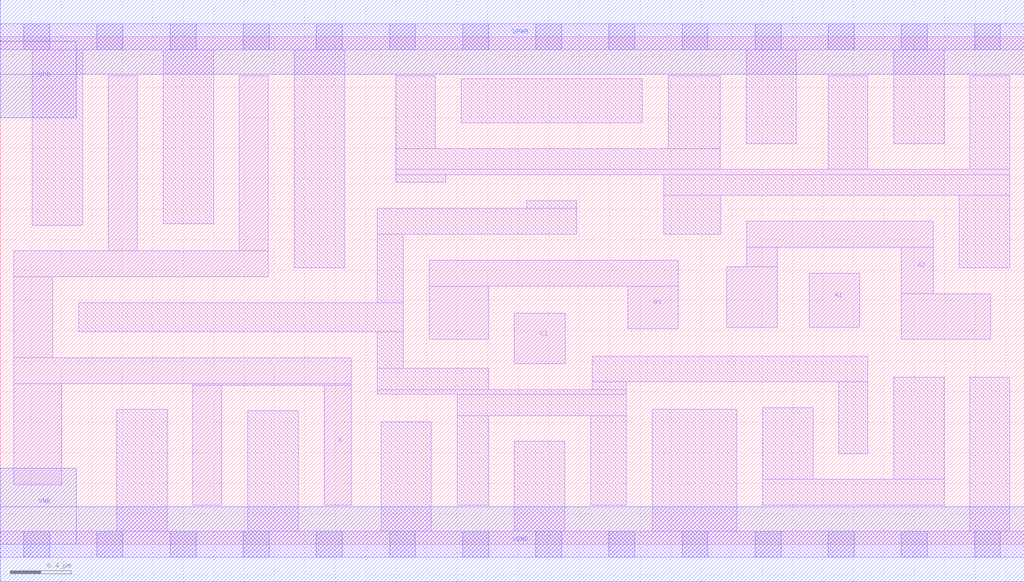
<source format=lef>
# Copyright 2020 The SkyWater PDK Authors
#
# Licensed under the Apache License, Version 2.0 (the "License");
# you may not use this file except in compliance with the License.
# You may obtain a copy of the License at
#
#     https://www.apache.org/licenses/LICENSE-2.0
#
# Unless required by applicable law or agreed to in writing, software
# distributed under the License is distributed on an "AS IS" BASIS,
# WITHOUT WARRANTIES OR CONDITIONS OF ANY KIND, either express or implied.
# See the License for the specific language governing permissions and
# limitations under the License.
#
# SPDX-License-Identifier: Apache-2.0

VERSION 5.5 ;
NAMESCASESENSITIVE ON ;
BUSBITCHARS "[]" ;
DIVIDERCHAR "/" ;
MACRO sky130_fd_sc_lp__a211o_4
  CLASS CORE ;
  SOURCE USER ;
  ORIGIN  0.000000  0.000000 ;
  SIZE  6.720000 BY  3.330000 ;
  SYMMETRY X Y R90 ;
  SITE unit ;
  PIN A1
    ANTENNAGATEAREA  0.630000 ;
    DIRECTION INPUT ;
    USE SIGNAL ;
    PORT
      LAYER li1 ;
        RECT 5.310000 1.425000 5.640000 1.780000 ;
    END
  END A1
  PIN A2
    ANTENNAGATEAREA  0.630000 ;
    DIRECTION INPUT ;
    USE SIGNAL ;
    PORT
      LAYER li1 ;
        RECT 4.770000 1.425000 5.100000 1.820000 ;
        RECT 4.900000 1.820000 5.100000 1.950000 ;
        RECT 4.900000 1.950000 6.125000 2.120000 ;
        RECT 5.915000 1.345000 6.500000 1.645000 ;
        RECT 5.915000 1.645000 6.125000 1.950000 ;
    END
  END A2
  PIN B1
    ANTENNAGATEAREA  0.630000 ;
    DIRECTION INPUT ;
    USE SIGNAL ;
    PORT
      LAYER li1 ;
        RECT 2.815000 1.345000 3.205000 1.695000 ;
        RECT 2.815000 1.695000 4.450000 1.865000 ;
        RECT 4.120000 1.415000 4.450000 1.695000 ;
    END
  END B1
  PIN C1
    ANTENNAGATEAREA  0.630000 ;
    DIRECTION INPUT ;
    USE SIGNAL ;
    PORT
      LAYER li1 ;
        RECT 3.375000 1.185000 3.710000 1.515000 ;
    END
  END C1
  PIN X
    ANTENNADIFFAREA  1.188600 ;
    DIRECTION OUTPUT ;
    USE SIGNAL ;
    PORT
      LAYER li1 ;
        RECT 0.090000 0.390000 0.405000 1.055000 ;
        RECT 0.090000 1.055000 2.305000 1.225000 ;
        RECT 0.090000 1.225000 0.345000 1.755000 ;
        RECT 0.090000 1.755000 1.760000 1.925000 ;
        RECT 0.710000 1.925000 0.900000 3.075000 ;
        RECT 1.265000 0.255000 1.455000 1.045000 ;
        RECT 1.265000 1.045000 2.305000 1.055000 ;
        RECT 1.570000 1.925000 1.760000 3.075000 ;
        RECT 2.125000 0.255000 2.305000 1.045000 ;
    END
  END X
  PIN VGND
    DIRECTION INOUT ;
    USE GROUND ;
    PORT
      LAYER met1 ;
        RECT 0.000000 -0.245000 6.720000 0.245000 ;
    END
  END VGND
  PIN VNB
    DIRECTION INOUT ;
    USE GROUND ;
    PORT
      LAYER met1 ;
        RECT 0.000000 0.000000 0.500000 0.500000 ;
    END
  END VNB
  PIN VPB
    DIRECTION INOUT ;
    USE POWER ;
    PORT
      LAYER met1 ;
        RECT 0.000000 2.800000 0.500000 3.300000 ;
    END
  END VPB
  PIN VPWR
    DIRECTION INOUT ;
    USE POWER ;
    PORT
      LAYER met1 ;
        RECT 0.000000 3.085000 6.720000 3.575000 ;
    END
  END VPWR
  OBS
    LAYER li1 ;
      RECT 0.000000 -0.085000 6.720000 0.085000 ;
      RECT 0.000000  3.245000 6.720000 3.415000 ;
      RECT 0.210000  2.095000 0.540000 3.245000 ;
      RECT 0.515000  1.395000 2.645000 1.585000 ;
      RECT 0.765000  0.085000 1.095000 0.885000 ;
      RECT 1.070000  2.105000 1.400000 3.245000 ;
      RECT 1.625000  0.085000 1.955000 0.875000 ;
      RECT 1.930000  1.815000 2.260000 3.245000 ;
      RECT 2.475000  0.985000 4.110000 1.015000 ;
      RECT 2.475000  1.015000 3.205000 1.155000 ;
      RECT 2.475000  1.155000 2.645000 1.395000 ;
      RECT 2.475000  1.585000 2.645000 2.035000 ;
      RECT 2.475000  2.035000 3.785000 2.205000 ;
      RECT 2.500000  0.085000 2.830000 0.805000 ;
      RECT 2.595000  2.375000 2.925000 2.425000 ;
      RECT 2.595000  2.425000 6.625000 2.460000 ;
      RECT 2.595000  2.460000 4.725000 2.595000 ;
      RECT 2.595000  2.595000 2.855000 3.075000 ;
      RECT 3.000000  0.255000 3.205000 0.845000 ;
      RECT 3.000000  0.845000 4.110000 0.985000 ;
      RECT 3.025000  2.765000 4.215000 3.055000 ;
      RECT 3.375000  0.085000 3.705000 0.675000 ;
      RECT 3.455000  2.205000 3.785000 2.255000 ;
      RECT 3.875000  0.255000 4.110000 0.845000 ;
      RECT 3.885000  1.015000 4.110000 1.065000 ;
      RECT 3.885000  1.065000 5.695000 1.235000 ;
      RECT 4.280000  0.085000 4.835000 0.885000 ;
      RECT 4.355000  2.035000 4.730000 2.290000 ;
      RECT 4.355000  2.290000 6.625000 2.425000 ;
      RECT 4.385000  2.595000 4.725000 3.075000 ;
      RECT 4.895000  2.630000 5.225000 3.245000 ;
      RECT 5.005000  0.255000 6.195000 0.425000 ;
      RECT 5.005000  0.425000 5.335000 0.895000 ;
      RECT 5.435000  2.460000 5.695000 3.075000 ;
      RECT 5.505000  0.595000 5.695000 1.065000 ;
      RECT 5.865000  0.425000 6.195000 1.095000 ;
      RECT 5.865000  2.630000 6.195000 3.245000 ;
      RECT 6.295000  1.815000 6.625000 2.290000 ;
      RECT 6.365000  0.085000 6.625000 1.095000 ;
      RECT 6.365000  2.460000 6.625000 3.075000 ;
    LAYER mcon ;
      RECT 0.155000 -0.085000 0.325000 0.085000 ;
      RECT 0.155000  3.245000 0.325000 3.415000 ;
      RECT 0.635000 -0.085000 0.805000 0.085000 ;
      RECT 0.635000  3.245000 0.805000 3.415000 ;
      RECT 1.115000 -0.085000 1.285000 0.085000 ;
      RECT 1.115000  3.245000 1.285000 3.415000 ;
      RECT 1.595000 -0.085000 1.765000 0.085000 ;
      RECT 1.595000  3.245000 1.765000 3.415000 ;
      RECT 2.075000 -0.085000 2.245000 0.085000 ;
      RECT 2.075000  3.245000 2.245000 3.415000 ;
      RECT 2.555000 -0.085000 2.725000 0.085000 ;
      RECT 2.555000  3.245000 2.725000 3.415000 ;
      RECT 3.035000 -0.085000 3.205000 0.085000 ;
      RECT 3.035000  3.245000 3.205000 3.415000 ;
      RECT 3.515000 -0.085000 3.685000 0.085000 ;
      RECT 3.515000  3.245000 3.685000 3.415000 ;
      RECT 3.995000 -0.085000 4.165000 0.085000 ;
      RECT 3.995000  3.245000 4.165000 3.415000 ;
      RECT 4.475000 -0.085000 4.645000 0.085000 ;
      RECT 4.475000  3.245000 4.645000 3.415000 ;
      RECT 4.955000 -0.085000 5.125000 0.085000 ;
      RECT 4.955000  3.245000 5.125000 3.415000 ;
      RECT 5.435000 -0.085000 5.605000 0.085000 ;
      RECT 5.435000  3.245000 5.605000 3.415000 ;
      RECT 5.915000 -0.085000 6.085000 0.085000 ;
      RECT 5.915000  3.245000 6.085000 3.415000 ;
      RECT 6.395000 -0.085000 6.565000 0.085000 ;
      RECT 6.395000  3.245000 6.565000 3.415000 ;
  END
END sky130_fd_sc_lp__a211o_4
END LIBRARY

</source>
